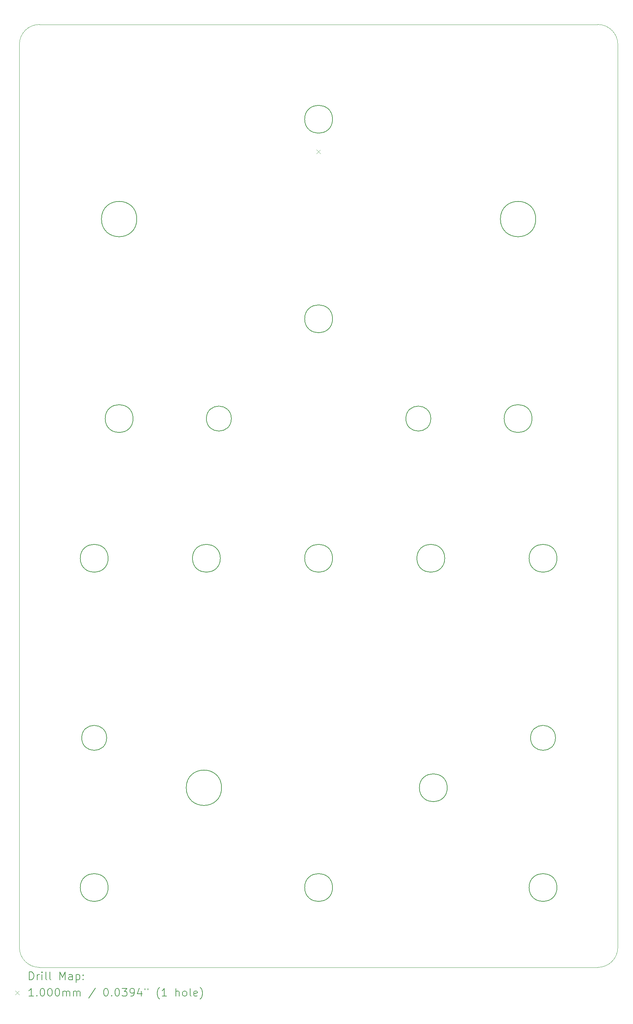
<source format=gbr>
%FSLAX45Y45*%
G04 Gerber Fmt 4.5, Leading zero omitted, Abs format (unit mm)*
G04 Created by KiCad (PCBNEW 6.0.5+dfsg-1~bpo11+1) date 2023-01-16 15:28:36*
%MOMM*%
%LPD*%
G01*
G04 APERTURE LIST*
%TA.AperFunction,Profile*%
%ADD10C,0.150000*%
%TD*%
%TA.AperFunction,Profile*%
%ADD11C,0.100000*%
%TD*%
%ADD12C,0.200000*%
%ADD13C,0.100000*%
G04 APERTURE END LIST*
D10*
X24130000Y-12065000D02*
G75*
G03*
X24130000Y-12065000I-317500J0D01*
G01*
X16547500Y-12065000D02*
G75*
G03*
X16547500Y-12065000I-355000J0D01*
G01*
X27342500Y-15621000D02*
G75*
G03*
X27342500Y-15621000I-355000J0D01*
G01*
X21626829Y-4444375D02*
G75*
G03*
X21626829Y-4444375I-355000J0D01*
G01*
X27305000Y-20193000D02*
G75*
G03*
X27305000Y-20193000I-317500J0D01*
G01*
X15912500Y-24003000D02*
G75*
G03*
X15912500Y-24003000I-355000J0D01*
G01*
X18801500Y-21463000D02*
G75*
G03*
X18801500Y-21463000I-450000J0D01*
G01*
X15912500Y-15621000D02*
G75*
G03*
X15912500Y-15621000I-355000J0D01*
G01*
X19050000Y-12065000D02*
G75*
G03*
X19050000Y-12065000I-317500J0D01*
G01*
X21627500Y-24003000D02*
G75*
G03*
X21627500Y-24003000I-355000J0D01*
G01*
X26802500Y-6985000D02*
G75*
G03*
X26802500Y-6985000I-450000J0D01*
G01*
X24485000Y-15621000D02*
G75*
G03*
X24485000Y-15621000I-355000J0D01*
G01*
X27342500Y-24003000D02*
G75*
G03*
X27342500Y-24003000I-355000J0D01*
G01*
X16642500Y-6985000D02*
G75*
G03*
X16642500Y-6985000I-450000J0D01*
G01*
D11*
X13652500Y-25527000D02*
G75*
G03*
X14160500Y-26035000I508000J0D01*
G01*
D10*
X15875000Y-20193000D02*
G75*
G03*
X15875000Y-20193000I-317500J0D01*
G01*
X21627500Y-9525000D02*
G75*
G03*
X21627500Y-9525000I-355000J0D01*
G01*
D11*
X28892500Y-25527000D02*
X28892500Y-2540000D01*
D10*
X24548500Y-21463000D02*
G75*
G03*
X24548500Y-21463000I-355000J0D01*
G01*
X18770000Y-15621000D02*
G75*
G03*
X18770000Y-15621000I-355000J0D01*
G01*
D11*
X14160500Y-2032000D02*
G75*
G03*
X13652500Y-2540000I0J-508000D01*
G01*
D10*
X26707041Y-12064372D02*
G75*
G03*
X26707041Y-12064372I-355000J0D01*
G01*
D11*
X28384500Y-2032000D02*
X14160500Y-2032000D01*
X28892500Y-2540000D02*
G75*
G03*
X28384500Y-2032000I-508000J0D01*
G01*
D10*
X21627500Y-15621000D02*
G75*
G03*
X21627500Y-15621000I-355000J0D01*
G01*
D11*
X13652500Y-2540000D02*
X13652500Y-25527000D01*
X28384500Y-26035000D02*
G75*
G03*
X28892500Y-25527000I0J508000D01*
G01*
X14160500Y-26035000D02*
X28384500Y-26035000D01*
D12*
D13*
X21222500Y-5220500D02*
X21322500Y-5320500D01*
X21322500Y-5220500D02*
X21222500Y-5320500D01*
D12*
X13905119Y-26350476D02*
X13905119Y-26150476D01*
X13952738Y-26150476D01*
X13981309Y-26160000D01*
X14000357Y-26179048D01*
X14009881Y-26198095D01*
X14019405Y-26236191D01*
X14019405Y-26264762D01*
X14009881Y-26302857D01*
X14000357Y-26321905D01*
X13981309Y-26340952D01*
X13952738Y-26350476D01*
X13905119Y-26350476D01*
X14105119Y-26350476D02*
X14105119Y-26217143D01*
X14105119Y-26255238D02*
X14114643Y-26236191D01*
X14124167Y-26226667D01*
X14143214Y-26217143D01*
X14162262Y-26217143D01*
X14228928Y-26350476D02*
X14228928Y-26217143D01*
X14228928Y-26150476D02*
X14219405Y-26160000D01*
X14228928Y-26169524D01*
X14238452Y-26160000D01*
X14228928Y-26150476D01*
X14228928Y-26169524D01*
X14352738Y-26350476D02*
X14333690Y-26340952D01*
X14324167Y-26321905D01*
X14324167Y-26150476D01*
X14457500Y-26350476D02*
X14438452Y-26340952D01*
X14428928Y-26321905D01*
X14428928Y-26150476D01*
X14686071Y-26350476D02*
X14686071Y-26150476D01*
X14752738Y-26293333D01*
X14819405Y-26150476D01*
X14819405Y-26350476D01*
X15000357Y-26350476D02*
X15000357Y-26245714D01*
X14990833Y-26226667D01*
X14971786Y-26217143D01*
X14933690Y-26217143D01*
X14914643Y-26226667D01*
X15000357Y-26340952D02*
X14981309Y-26350476D01*
X14933690Y-26350476D01*
X14914643Y-26340952D01*
X14905119Y-26321905D01*
X14905119Y-26302857D01*
X14914643Y-26283810D01*
X14933690Y-26274286D01*
X14981309Y-26274286D01*
X15000357Y-26264762D01*
X15095595Y-26217143D02*
X15095595Y-26417143D01*
X15095595Y-26226667D02*
X15114643Y-26217143D01*
X15152738Y-26217143D01*
X15171786Y-26226667D01*
X15181309Y-26236191D01*
X15190833Y-26255238D01*
X15190833Y-26312381D01*
X15181309Y-26331429D01*
X15171786Y-26340952D01*
X15152738Y-26350476D01*
X15114643Y-26350476D01*
X15095595Y-26340952D01*
X15276548Y-26331429D02*
X15286071Y-26340952D01*
X15276548Y-26350476D01*
X15267024Y-26340952D01*
X15276548Y-26331429D01*
X15276548Y-26350476D01*
X15276548Y-26226667D02*
X15286071Y-26236191D01*
X15276548Y-26245714D01*
X15267024Y-26236191D01*
X15276548Y-26226667D01*
X15276548Y-26245714D01*
D13*
X13547500Y-26630000D02*
X13647500Y-26730000D01*
X13647500Y-26630000D02*
X13547500Y-26730000D01*
D12*
X14009881Y-26770476D02*
X13895595Y-26770476D01*
X13952738Y-26770476D02*
X13952738Y-26570476D01*
X13933690Y-26599048D01*
X13914643Y-26618095D01*
X13895595Y-26627619D01*
X14095595Y-26751429D02*
X14105119Y-26760952D01*
X14095595Y-26770476D01*
X14086071Y-26760952D01*
X14095595Y-26751429D01*
X14095595Y-26770476D01*
X14228928Y-26570476D02*
X14247976Y-26570476D01*
X14267024Y-26580000D01*
X14276548Y-26589524D01*
X14286071Y-26608572D01*
X14295595Y-26646667D01*
X14295595Y-26694286D01*
X14286071Y-26732381D01*
X14276548Y-26751429D01*
X14267024Y-26760952D01*
X14247976Y-26770476D01*
X14228928Y-26770476D01*
X14209881Y-26760952D01*
X14200357Y-26751429D01*
X14190833Y-26732381D01*
X14181309Y-26694286D01*
X14181309Y-26646667D01*
X14190833Y-26608572D01*
X14200357Y-26589524D01*
X14209881Y-26580000D01*
X14228928Y-26570476D01*
X14419405Y-26570476D02*
X14438452Y-26570476D01*
X14457500Y-26580000D01*
X14467024Y-26589524D01*
X14476548Y-26608572D01*
X14486071Y-26646667D01*
X14486071Y-26694286D01*
X14476548Y-26732381D01*
X14467024Y-26751429D01*
X14457500Y-26760952D01*
X14438452Y-26770476D01*
X14419405Y-26770476D01*
X14400357Y-26760952D01*
X14390833Y-26751429D01*
X14381309Y-26732381D01*
X14371786Y-26694286D01*
X14371786Y-26646667D01*
X14381309Y-26608572D01*
X14390833Y-26589524D01*
X14400357Y-26580000D01*
X14419405Y-26570476D01*
X14609881Y-26570476D02*
X14628928Y-26570476D01*
X14647976Y-26580000D01*
X14657500Y-26589524D01*
X14667024Y-26608572D01*
X14676548Y-26646667D01*
X14676548Y-26694286D01*
X14667024Y-26732381D01*
X14657500Y-26751429D01*
X14647976Y-26760952D01*
X14628928Y-26770476D01*
X14609881Y-26770476D01*
X14590833Y-26760952D01*
X14581309Y-26751429D01*
X14571786Y-26732381D01*
X14562262Y-26694286D01*
X14562262Y-26646667D01*
X14571786Y-26608572D01*
X14581309Y-26589524D01*
X14590833Y-26580000D01*
X14609881Y-26570476D01*
X14762262Y-26770476D02*
X14762262Y-26637143D01*
X14762262Y-26656191D02*
X14771786Y-26646667D01*
X14790833Y-26637143D01*
X14819405Y-26637143D01*
X14838452Y-26646667D01*
X14847976Y-26665714D01*
X14847976Y-26770476D01*
X14847976Y-26665714D02*
X14857500Y-26646667D01*
X14876548Y-26637143D01*
X14905119Y-26637143D01*
X14924167Y-26646667D01*
X14933690Y-26665714D01*
X14933690Y-26770476D01*
X15028928Y-26770476D02*
X15028928Y-26637143D01*
X15028928Y-26656191D02*
X15038452Y-26646667D01*
X15057500Y-26637143D01*
X15086071Y-26637143D01*
X15105119Y-26646667D01*
X15114643Y-26665714D01*
X15114643Y-26770476D01*
X15114643Y-26665714D02*
X15124167Y-26646667D01*
X15143214Y-26637143D01*
X15171786Y-26637143D01*
X15190833Y-26646667D01*
X15200357Y-26665714D01*
X15200357Y-26770476D01*
X15590833Y-26560952D02*
X15419405Y-26818095D01*
X15847976Y-26570476D02*
X15867024Y-26570476D01*
X15886071Y-26580000D01*
X15895595Y-26589524D01*
X15905119Y-26608572D01*
X15914643Y-26646667D01*
X15914643Y-26694286D01*
X15905119Y-26732381D01*
X15895595Y-26751429D01*
X15886071Y-26760952D01*
X15867024Y-26770476D01*
X15847976Y-26770476D01*
X15828928Y-26760952D01*
X15819405Y-26751429D01*
X15809881Y-26732381D01*
X15800357Y-26694286D01*
X15800357Y-26646667D01*
X15809881Y-26608572D01*
X15819405Y-26589524D01*
X15828928Y-26580000D01*
X15847976Y-26570476D01*
X16000357Y-26751429D02*
X16009881Y-26760952D01*
X16000357Y-26770476D01*
X15990833Y-26760952D01*
X16000357Y-26751429D01*
X16000357Y-26770476D01*
X16133690Y-26570476D02*
X16152738Y-26570476D01*
X16171786Y-26580000D01*
X16181309Y-26589524D01*
X16190833Y-26608572D01*
X16200357Y-26646667D01*
X16200357Y-26694286D01*
X16190833Y-26732381D01*
X16181309Y-26751429D01*
X16171786Y-26760952D01*
X16152738Y-26770476D01*
X16133690Y-26770476D01*
X16114643Y-26760952D01*
X16105119Y-26751429D01*
X16095595Y-26732381D01*
X16086071Y-26694286D01*
X16086071Y-26646667D01*
X16095595Y-26608572D01*
X16105119Y-26589524D01*
X16114643Y-26580000D01*
X16133690Y-26570476D01*
X16267024Y-26570476D02*
X16390833Y-26570476D01*
X16324167Y-26646667D01*
X16352738Y-26646667D01*
X16371786Y-26656191D01*
X16381309Y-26665714D01*
X16390833Y-26684762D01*
X16390833Y-26732381D01*
X16381309Y-26751429D01*
X16371786Y-26760952D01*
X16352738Y-26770476D01*
X16295595Y-26770476D01*
X16276548Y-26760952D01*
X16267024Y-26751429D01*
X16486071Y-26770476D02*
X16524167Y-26770476D01*
X16543214Y-26760952D01*
X16552738Y-26751429D01*
X16571786Y-26722857D01*
X16581309Y-26684762D01*
X16581309Y-26608572D01*
X16571786Y-26589524D01*
X16562262Y-26580000D01*
X16543214Y-26570476D01*
X16505119Y-26570476D01*
X16486071Y-26580000D01*
X16476548Y-26589524D01*
X16467024Y-26608572D01*
X16467024Y-26656191D01*
X16476548Y-26675238D01*
X16486071Y-26684762D01*
X16505119Y-26694286D01*
X16543214Y-26694286D01*
X16562262Y-26684762D01*
X16571786Y-26675238D01*
X16581309Y-26656191D01*
X16752738Y-26637143D02*
X16752738Y-26770476D01*
X16705119Y-26560952D02*
X16657500Y-26703810D01*
X16781310Y-26703810D01*
X16847976Y-26570476D02*
X16847976Y-26608572D01*
X16924167Y-26570476D02*
X16924167Y-26608572D01*
X17219405Y-26846667D02*
X17209881Y-26837143D01*
X17190833Y-26808572D01*
X17181310Y-26789524D01*
X17171786Y-26760952D01*
X17162262Y-26713333D01*
X17162262Y-26675238D01*
X17171786Y-26627619D01*
X17181310Y-26599048D01*
X17190833Y-26580000D01*
X17209881Y-26551429D01*
X17219405Y-26541905D01*
X17400357Y-26770476D02*
X17286071Y-26770476D01*
X17343214Y-26770476D02*
X17343214Y-26570476D01*
X17324167Y-26599048D01*
X17305119Y-26618095D01*
X17286071Y-26627619D01*
X17638452Y-26770476D02*
X17638452Y-26570476D01*
X17724167Y-26770476D02*
X17724167Y-26665714D01*
X17714643Y-26646667D01*
X17695595Y-26637143D01*
X17667024Y-26637143D01*
X17647976Y-26646667D01*
X17638452Y-26656191D01*
X17847976Y-26770476D02*
X17828929Y-26760952D01*
X17819405Y-26751429D01*
X17809881Y-26732381D01*
X17809881Y-26675238D01*
X17819405Y-26656191D01*
X17828929Y-26646667D01*
X17847976Y-26637143D01*
X17876548Y-26637143D01*
X17895595Y-26646667D01*
X17905119Y-26656191D01*
X17914643Y-26675238D01*
X17914643Y-26732381D01*
X17905119Y-26751429D01*
X17895595Y-26760952D01*
X17876548Y-26770476D01*
X17847976Y-26770476D01*
X18028929Y-26770476D02*
X18009881Y-26760952D01*
X18000357Y-26741905D01*
X18000357Y-26570476D01*
X18181310Y-26760952D02*
X18162262Y-26770476D01*
X18124167Y-26770476D01*
X18105119Y-26760952D01*
X18095595Y-26741905D01*
X18095595Y-26665714D01*
X18105119Y-26646667D01*
X18124167Y-26637143D01*
X18162262Y-26637143D01*
X18181310Y-26646667D01*
X18190833Y-26665714D01*
X18190833Y-26684762D01*
X18095595Y-26703810D01*
X18257500Y-26846667D02*
X18267024Y-26837143D01*
X18286071Y-26808572D01*
X18295595Y-26789524D01*
X18305119Y-26760952D01*
X18314643Y-26713333D01*
X18314643Y-26675238D01*
X18305119Y-26627619D01*
X18295595Y-26599048D01*
X18286071Y-26580000D01*
X18267024Y-26551429D01*
X18257500Y-26541905D01*
M02*

</source>
